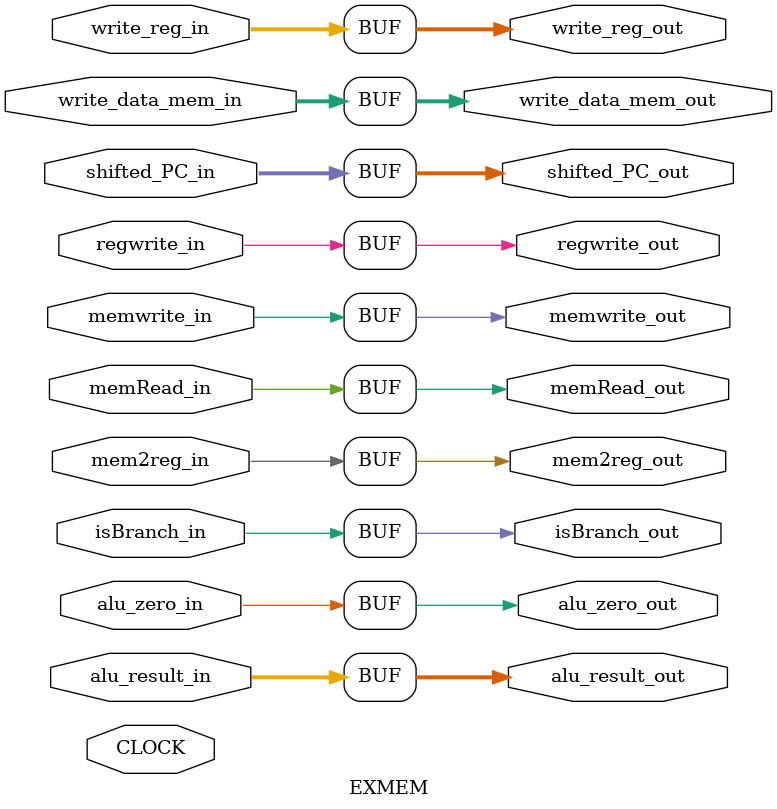
<source format=v>
module EXMEM
(
  input CLOCK,
  input isBranch_in, 			// M Stage
  input memRead_in, 			// M Stage
  input memwrite_in, 			// M Stage
  input regwrite_in, 			// WB Stage
  input mem2reg_in, 			// WB Stage
  input [63:0] shifted_PC_in,
  input alu_zero_in,
  input [63:0] alu_result_in,
  input [63:0] write_data_mem_in,
  input [4:0] write_reg_in,
  
  output reg isBranch_out, 			// M Stage
  output reg memRead_out, 			// M Stage
  output reg memwrite_out, 			// M Stage
  output reg regwrite_out,			// WB Stage
  output reg mem2reg_out,			// WB Stage
  output reg [63:0] shifted_PC_out,
  output reg alu_zero_out,
  output reg [63:0] alu_result_out,
  output reg [63:0] write_data_mem_out,
  output reg [4:0] write_reg_out
);

  always @(*) begin
    /* Values for M */
  	isBranch_out <= isBranch_in;
 
  	memRead_out <= memRead_in;
 	memwrite_out <= memwrite_in;

    /* Values for WB */
    regwrite_out <= regwrite_in;
  	mem2reg_out <= mem2reg_in;

    /* Values for all Stages */
    shifted_PC_out <= shifted_PC_in;
    alu_zero_out <= alu_zero_in;
    alu_result_out <= alu_result_in;
    write_data_mem_out <= write_data_mem_in;
  	write_reg_out <= write_reg_in;
  end
endmodule
</source>
